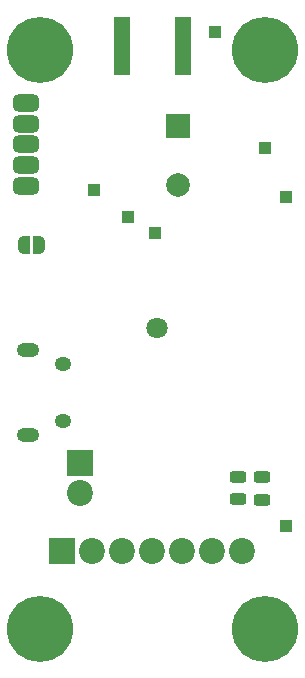
<source format=gbr>
%TF.GenerationSoftware,KiCad,Pcbnew,8.0.0*%
%TF.CreationDate,2024-04-01T12:03:42-07:00*%
%TF.ProjectId,lyrav3r1,6c797261-7633-4723-912e-6b696361645f,rev?*%
%TF.SameCoordinates,Original*%
%TF.FileFunction,Soldermask,Top*%
%TF.FilePolarity,Negative*%
%FSLAX46Y46*%
G04 Gerber Fmt 4.6, Leading zero omitted, Abs format (unit mm)*
G04 Created by KiCad (PCBNEW 8.0.0) date 2024-04-01 12:03:42*
%MOMM*%
%LPD*%
G01*
G04 APERTURE LIST*
G04 Aperture macros list*
%AMRoundRect*
0 Rectangle with rounded corners*
0 $1 Rounding radius*
0 $2 $3 $4 $5 $6 $7 $8 $9 X,Y pos of 4 corners*
0 Add a 4 corners polygon primitive as box body*
4,1,4,$2,$3,$4,$5,$6,$7,$8,$9,$2,$3,0*
0 Add four circle primitives for the rounded corners*
1,1,$1+$1,$2,$3*
1,1,$1+$1,$4,$5*
1,1,$1+$1,$6,$7*
1,1,$1+$1,$8,$9*
0 Add four rect primitives between the rounded corners*
20,1,$1+$1,$2,$3,$4,$5,0*
20,1,$1+$1,$4,$5,$6,$7,0*
20,1,$1+$1,$6,$7,$8,$9,0*
20,1,$1+$1,$8,$9,$2,$3,0*%
%AMFreePoly0*
4,1,19,0.500000,-0.750000,0.000000,-0.750000,0.000000,-0.744911,-0.071157,-0.744911,-0.207708,-0.704816,-0.327430,-0.627875,-0.420627,-0.520320,-0.479746,-0.390866,-0.500000,-0.250000,-0.500000,0.250000,-0.479746,0.390866,-0.420627,0.520320,-0.327430,0.627875,-0.207708,0.704816,-0.071157,0.744911,0.000000,0.744911,0.000000,0.750000,0.500000,0.750000,0.500000,-0.750000,0.500000,-0.750000,
$1*%
%AMFreePoly1*
4,1,19,0.000000,0.744911,0.071157,0.744911,0.207708,0.704816,0.327430,0.627875,0.420627,0.520320,0.479746,0.390866,0.500000,0.250000,0.500000,-0.250000,0.479746,-0.390866,0.420627,-0.520320,0.327430,-0.627875,0.207708,-0.704816,0.071157,-0.744911,0.000000,-0.744911,0.000000,-0.750000,-0.500000,-0.750000,-0.500000,0.750000,0.000000,0.750000,0.000000,0.744911,0.000000,0.744911,
$1*%
G04 Aperture macros list end*
%ADD10C,5.600000*%
%ADD11R,2.000000X2.000000*%
%ADD12C,2.000000*%
%ADD13FreePoly0,0.000000*%
%ADD14FreePoly1,0.000000*%
%ADD15R,1.000000X1.000000*%
%ADD16R,2.200000X2.200000*%
%ADD17C,2.200000*%
%ADD18C,1.800000*%
%ADD19RoundRect,0.492126X-0.632874X-0.257874X0.632874X-0.257874X0.632874X0.257874X-0.632874X0.257874X0*%
%ADD20RoundRect,0.243750X-0.456250X0.243750X-0.456250X-0.243750X0.456250X-0.243750X0.456250X0.243750X0*%
%ADD21RoundRect,0.243750X0.456250X-0.243750X0.456250X0.243750X-0.456250X0.243750X-0.456250X-0.243750X0*%
%ADD22O,1.400000X1.200000*%
%ADD23O,1.900000X1.200000*%
%ADD24R,1.400000X5.000000*%
G04 APERTURE END LIST*
D10*
%TO.C,H3*%
X3000000Y3000000D03*
%TD*%
D11*
%TO.C,BZ1*%
X14672400Y45579000D03*
D12*
X14672400Y40579000D03*
%TD*%
D13*
%TO.C,J4*%
X1627200Y35459000D03*
D14*
X2927200Y35459000D03*
%TD*%
D15*
%TO.C,TP1*%
X23765600Y11735400D03*
%TD*%
%TO.C,TP5*%
X7535000Y40158000D03*
%TD*%
D16*
%TO.C,J8*%
X4791800Y9601800D03*
D17*
X7331800Y9601800D03*
X9871800Y9601800D03*
X12411800Y9601800D03*
X14951800Y9601800D03*
X17491800Y9601800D03*
X20031800Y9601800D03*
%TD*%
D15*
%TO.C,TP7*%
X12742000Y36475000D03*
%TD*%
D18*
%TO.C,AE1*%
X12843600Y28439000D03*
%TD*%
D10*
%TO.C,H1*%
X3000000Y52000000D03*
%TD*%
D19*
%TO.C,J5*%
X1820000Y40516200D03*
X1820000Y42266200D03*
X1820000Y44016200D03*
X1820000Y45766200D03*
X1820000Y47516200D03*
%TD*%
D10*
%TO.C,H2*%
X22000000Y52000000D03*
%TD*%
D15*
%TO.C,TP4*%
X22013000Y43714000D03*
%TD*%
D10*
%TO.C,H4*%
X22000000Y3000000D03*
%TD*%
D15*
%TO.C,TP3*%
X17822000Y53493000D03*
%TD*%
D16*
%TO.C,J2*%
X6392000Y17044000D03*
D17*
X6392000Y14504000D03*
%TD*%
D15*
%TO.C,TP6*%
X10456000Y37872000D03*
%TD*%
D20*
%TO.C,D2*%
X21733600Y15814300D03*
X21733600Y13939300D03*
%TD*%
D15*
%TO.C,TP2*%
X23816400Y39573800D03*
%TD*%
D21*
%TO.C,D3*%
X19752400Y13987500D03*
X19752400Y15862500D03*
%TD*%
D22*
%TO.C,J7*%
X4879700Y25433000D03*
X4879700Y20593000D03*
D23*
X1979700Y19413000D03*
X1979700Y26613000D03*
%TD*%
D24*
%TO.C,AE3*%
X15050000Y52365000D03*
X9950000Y52365000D03*
%TD*%
M02*

</source>
